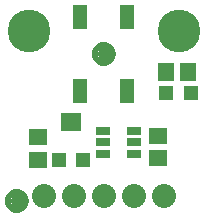
<source format=gbr>
G04 EAGLE Gerber RS-274X export*
G75*
%MOMM*%
%FSLAX34Y34*%
%LPD*%
%INSoldermask Top*%
%IPPOS*%
%AMOC8*
5,1,8,0,0,1.08239X$1,22.5*%
G01*
%ADD10R,1.301600X0.651600*%
%ADD11C,2.032000*%
%ADD12R,1.601600X1.341600*%
%ADD13R,1.301600X2.101600*%
%ADD14C,1.101600*%
%ADD15C,0.500000*%
%ADD16C,3.617600*%
%ADD17R,1.701600X1.601600*%
%ADD18R,1.301600X1.301600*%
%ADD19R,1.341600X1.601600*%


D10*
X88600Y80620D03*
X88600Y71120D03*
X88600Y61620D03*
X114600Y61620D03*
X114600Y71120D03*
X114600Y80620D03*
D11*
X38100Y25400D03*
X63500Y25400D03*
X88900Y25400D03*
X114300Y25400D03*
X139700Y25400D03*
D12*
X33020Y56540D03*
X33020Y75540D03*
D13*
X68900Y115050D03*
X68900Y177050D03*
X108900Y177050D03*
X108900Y115050D03*
D14*
X88900Y146050D03*
D15*
X88900Y153550D02*
X88719Y153548D01*
X88538Y153541D01*
X88357Y153530D01*
X88176Y153515D01*
X87996Y153495D01*
X87816Y153471D01*
X87637Y153443D01*
X87459Y153410D01*
X87282Y153373D01*
X87105Y153332D01*
X86930Y153287D01*
X86755Y153237D01*
X86582Y153183D01*
X86411Y153125D01*
X86240Y153063D01*
X86072Y152996D01*
X85905Y152926D01*
X85739Y152852D01*
X85576Y152773D01*
X85415Y152691D01*
X85255Y152605D01*
X85098Y152515D01*
X84943Y152421D01*
X84790Y152324D01*
X84640Y152222D01*
X84492Y152118D01*
X84346Y152009D01*
X84204Y151898D01*
X84064Y151782D01*
X83927Y151664D01*
X83792Y151542D01*
X83661Y151417D01*
X83533Y151289D01*
X83408Y151158D01*
X83286Y151023D01*
X83168Y150886D01*
X83052Y150746D01*
X82941Y150604D01*
X82832Y150458D01*
X82728Y150310D01*
X82626Y150160D01*
X82529Y150007D01*
X82435Y149852D01*
X82345Y149695D01*
X82259Y149535D01*
X82177Y149374D01*
X82098Y149211D01*
X82024Y149045D01*
X81954Y148878D01*
X81887Y148710D01*
X81825Y148539D01*
X81767Y148368D01*
X81713Y148195D01*
X81663Y148020D01*
X81618Y147845D01*
X81577Y147668D01*
X81540Y147491D01*
X81507Y147313D01*
X81479Y147134D01*
X81455Y146954D01*
X81435Y146774D01*
X81420Y146593D01*
X81409Y146412D01*
X81402Y146231D01*
X81400Y146050D01*
X88900Y153550D02*
X89081Y153548D01*
X89262Y153541D01*
X89443Y153530D01*
X89624Y153515D01*
X89804Y153495D01*
X89984Y153471D01*
X90163Y153443D01*
X90341Y153410D01*
X90518Y153373D01*
X90695Y153332D01*
X90870Y153287D01*
X91045Y153237D01*
X91218Y153183D01*
X91389Y153125D01*
X91560Y153063D01*
X91728Y152996D01*
X91895Y152926D01*
X92061Y152852D01*
X92224Y152773D01*
X92385Y152691D01*
X92545Y152605D01*
X92702Y152515D01*
X92857Y152421D01*
X93010Y152324D01*
X93160Y152222D01*
X93308Y152118D01*
X93454Y152009D01*
X93596Y151898D01*
X93736Y151782D01*
X93873Y151664D01*
X94008Y151542D01*
X94139Y151417D01*
X94267Y151289D01*
X94392Y151158D01*
X94514Y151023D01*
X94632Y150886D01*
X94748Y150746D01*
X94859Y150604D01*
X94968Y150458D01*
X95072Y150310D01*
X95174Y150160D01*
X95271Y150007D01*
X95365Y149852D01*
X95455Y149695D01*
X95541Y149535D01*
X95623Y149374D01*
X95702Y149211D01*
X95776Y149045D01*
X95846Y148878D01*
X95913Y148710D01*
X95975Y148539D01*
X96033Y148368D01*
X96087Y148195D01*
X96137Y148020D01*
X96182Y147845D01*
X96223Y147668D01*
X96260Y147491D01*
X96293Y147313D01*
X96321Y147134D01*
X96345Y146954D01*
X96365Y146774D01*
X96380Y146593D01*
X96391Y146412D01*
X96398Y146231D01*
X96400Y146050D01*
X96398Y145869D01*
X96391Y145688D01*
X96380Y145507D01*
X96365Y145326D01*
X96345Y145146D01*
X96321Y144966D01*
X96293Y144787D01*
X96260Y144609D01*
X96223Y144432D01*
X96182Y144255D01*
X96137Y144080D01*
X96087Y143905D01*
X96033Y143732D01*
X95975Y143561D01*
X95913Y143390D01*
X95846Y143222D01*
X95776Y143055D01*
X95702Y142889D01*
X95623Y142726D01*
X95541Y142565D01*
X95455Y142405D01*
X95365Y142248D01*
X95271Y142093D01*
X95174Y141940D01*
X95072Y141790D01*
X94968Y141642D01*
X94859Y141496D01*
X94748Y141354D01*
X94632Y141214D01*
X94514Y141077D01*
X94392Y140942D01*
X94267Y140811D01*
X94139Y140683D01*
X94008Y140558D01*
X93873Y140436D01*
X93736Y140318D01*
X93596Y140202D01*
X93454Y140091D01*
X93308Y139982D01*
X93160Y139878D01*
X93010Y139776D01*
X92857Y139679D01*
X92702Y139585D01*
X92545Y139495D01*
X92385Y139409D01*
X92224Y139327D01*
X92061Y139248D01*
X91895Y139174D01*
X91728Y139104D01*
X91560Y139037D01*
X91389Y138975D01*
X91218Y138917D01*
X91045Y138863D01*
X90870Y138813D01*
X90695Y138768D01*
X90518Y138727D01*
X90341Y138690D01*
X90163Y138657D01*
X89984Y138629D01*
X89804Y138605D01*
X89624Y138585D01*
X89443Y138570D01*
X89262Y138559D01*
X89081Y138552D01*
X88900Y138550D01*
X88719Y138552D01*
X88538Y138559D01*
X88357Y138570D01*
X88176Y138585D01*
X87996Y138605D01*
X87816Y138629D01*
X87637Y138657D01*
X87459Y138690D01*
X87282Y138727D01*
X87105Y138768D01*
X86930Y138813D01*
X86755Y138863D01*
X86582Y138917D01*
X86411Y138975D01*
X86240Y139037D01*
X86072Y139104D01*
X85905Y139174D01*
X85739Y139248D01*
X85576Y139327D01*
X85415Y139409D01*
X85255Y139495D01*
X85098Y139585D01*
X84943Y139679D01*
X84790Y139776D01*
X84640Y139878D01*
X84492Y139982D01*
X84346Y140091D01*
X84204Y140202D01*
X84064Y140318D01*
X83927Y140436D01*
X83792Y140558D01*
X83661Y140683D01*
X83533Y140811D01*
X83408Y140942D01*
X83286Y141077D01*
X83168Y141214D01*
X83052Y141354D01*
X82941Y141496D01*
X82832Y141642D01*
X82728Y141790D01*
X82626Y141940D01*
X82529Y142093D01*
X82435Y142248D01*
X82345Y142405D01*
X82259Y142565D01*
X82177Y142726D01*
X82098Y142889D01*
X82024Y143055D01*
X81954Y143222D01*
X81887Y143390D01*
X81825Y143561D01*
X81767Y143732D01*
X81713Y143905D01*
X81663Y144080D01*
X81618Y144255D01*
X81577Y144432D01*
X81540Y144609D01*
X81507Y144787D01*
X81479Y144966D01*
X81455Y145146D01*
X81435Y145326D01*
X81420Y145507D01*
X81409Y145688D01*
X81402Y145869D01*
X81400Y146050D01*
D14*
X15240Y21590D03*
D15*
X15240Y29090D02*
X15059Y29088D01*
X14878Y29081D01*
X14697Y29070D01*
X14516Y29055D01*
X14336Y29035D01*
X14156Y29011D01*
X13977Y28983D01*
X13799Y28950D01*
X13622Y28913D01*
X13445Y28872D01*
X13270Y28827D01*
X13095Y28777D01*
X12922Y28723D01*
X12751Y28665D01*
X12580Y28603D01*
X12412Y28536D01*
X12245Y28466D01*
X12079Y28392D01*
X11916Y28313D01*
X11755Y28231D01*
X11595Y28145D01*
X11438Y28055D01*
X11283Y27961D01*
X11130Y27864D01*
X10980Y27762D01*
X10832Y27658D01*
X10686Y27549D01*
X10544Y27438D01*
X10404Y27322D01*
X10267Y27204D01*
X10132Y27082D01*
X10001Y26957D01*
X9873Y26829D01*
X9748Y26698D01*
X9626Y26563D01*
X9508Y26426D01*
X9392Y26286D01*
X9281Y26144D01*
X9172Y25998D01*
X9068Y25850D01*
X8966Y25700D01*
X8869Y25547D01*
X8775Y25392D01*
X8685Y25235D01*
X8599Y25075D01*
X8517Y24914D01*
X8438Y24751D01*
X8364Y24585D01*
X8294Y24418D01*
X8227Y24250D01*
X8165Y24079D01*
X8107Y23908D01*
X8053Y23735D01*
X8003Y23560D01*
X7958Y23385D01*
X7917Y23208D01*
X7880Y23031D01*
X7847Y22853D01*
X7819Y22674D01*
X7795Y22494D01*
X7775Y22314D01*
X7760Y22133D01*
X7749Y21952D01*
X7742Y21771D01*
X7740Y21590D01*
X15240Y29090D02*
X15421Y29088D01*
X15602Y29081D01*
X15783Y29070D01*
X15964Y29055D01*
X16144Y29035D01*
X16324Y29011D01*
X16503Y28983D01*
X16681Y28950D01*
X16858Y28913D01*
X17035Y28872D01*
X17210Y28827D01*
X17385Y28777D01*
X17558Y28723D01*
X17729Y28665D01*
X17900Y28603D01*
X18068Y28536D01*
X18235Y28466D01*
X18401Y28392D01*
X18564Y28313D01*
X18725Y28231D01*
X18885Y28145D01*
X19042Y28055D01*
X19197Y27961D01*
X19350Y27864D01*
X19500Y27762D01*
X19648Y27658D01*
X19794Y27549D01*
X19936Y27438D01*
X20076Y27322D01*
X20213Y27204D01*
X20348Y27082D01*
X20479Y26957D01*
X20607Y26829D01*
X20732Y26698D01*
X20854Y26563D01*
X20972Y26426D01*
X21088Y26286D01*
X21199Y26144D01*
X21308Y25998D01*
X21412Y25850D01*
X21514Y25700D01*
X21611Y25547D01*
X21705Y25392D01*
X21795Y25235D01*
X21881Y25075D01*
X21963Y24914D01*
X22042Y24751D01*
X22116Y24585D01*
X22186Y24418D01*
X22253Y24250D01*
X22315Y24079D01*
X22373Y23908D01*
X22427Y23735D01*
X22477Y23560D01*
X22522Y23385D01*
X22563Y23208D01*
X22600Y23031D01*
X22633Y22853D01*
X22661Y22674D01*
X22685Y22494D01*
X22705Y22314D01*
X22720Y22133D01*
X22731Y21952D01*
X22738Y21771D01*
X22740Y21590D01*
X22738Y21409D01*
X22731Y21228D01*
X22720Y21047D01*
X22705Y20866D01*
X22685Y20686D01*
X22661Y20506D01*
X22633Y20327D01*
X22600Y20149D01*
X22563Y19972D01*
X22522Y19795D01*
X22477Y19620D01*
X22427Y19445D01*
X22373Y19272D01*
X22315Y19101D01*
X22253Y18930D01*
X22186Y18762D01*
X22116Y18595D01*
X22042Y18429D01*
X21963Y18266D01*
X21881Y18105D01*
X21795Y17945D01*
X21705Y17788D01*
X21611Y17633D01*
X21514Y17480D01*
X21412Y17330D01*
X21308Y17182D01*
X21199Y17036D01*
X21088Y16894D01*
X20972Y16754D01*
X20854Y16617D01*
X20732Y16482D01*
X20607Y16351D01*
X20479Y16223D01*
X20348Y16098D01*
X20213Y15976D01*
X20076Y15858D01*
X19936Y15742D01*
X19794Y15631D01*
X19648Y15522D01*
X19500Y15418D01*
X19350Y15316D01*
X19197Y15219D01*
X19042Y15125D01*
X18885Y15035D01*
X18725Y14949D01*
X18564Y14867D01*
X18401Y14788D01*
X18235Y14714D01*
X18068Y14644D01*
X17900Y14577D01*
X17729Y14515D01*
X17558Y14457D01*
X17385Y14403D01*
X17210Y14353D01*
X17035Y14308D01*
X16858Y14267D01*
X16681Y14230D01*
X16503Y14197D01*
X16324Y14169D01*
X16144Y14145D01*
X15964Y14125D01*
X15783Y14110D01*
X15602Y14099D01*
X15421Y14092D01*
X15240Y14090D01*
X15059Y14092D01*
X14878Y14099D01*
X14697Y14110D01*
X14516Y14125D01*
X14336Y14145D01*
X14156Y14169D01*
X13977Y14197D01*
X13799Y14230D01*
X13622Y14267D01*
X13445Y14308D01*
X13270Y14353D01*
X13095Y14403D01*
X12922Y14457D01*
X12751Y14515D01*
X12580Y14577D01*
X12412Y14644D01*
X12245Y14714D01*
X12079Y14788D01*
X11916Y14867D01*
X11755Y14949D01*
X11595Y15035D01*
X11438Y15125D01*
X11283Y15219D01*
X11130Y15316D01*
X10980Y15418D01*
X10832Y15522D01*
X10686Y15631D01*
X10544Y15742D01*
X10404Y15858D01*
X10267Y15976D01*
X10132Y16098D01*
X10001Y16223D01*
X9873Y16351D01*
X9748Y16482D01*
X9626Y16617D01*
X9508Y16754D01*
X9392Y16894D01*
X9281Y17036D01*
X9172Y17182D01*
X9068Y17330D01*
X8966Y17480D01*
X8869Y17633D01*
X8775Y17788D01*
X8685Y17945D01*
X8599Y18105D01*
X8517Y18266D01*
X8438Y18429D01*
X8364Y18595D01*
X8294Y18762D01*
X8227Y18930D01*
X8165Y19101D01*
X8107Y19272D01*
X8053Y19445D01*
X8003Y19620D01*
X7958Y19795D01*
X7917Y19972D01*
X7880Y20149D01*
X7847Y20327D01*
X7819Y20506D01*
X7795Y20686D01*
X7775Y20866D01*
X7760Y21047D01*
X7749Y21228D01*
X7742Y21409D01*
X7740Y21590D01*
D16*
X152400Y165100D03*
X25400Y165100D03*
D17*
X60960Y88795D03*
D18*
X50960Y56295D03*
X70960Y56295D03*
D12*
X134620Y76810D03*
X134620Y57810D03*
D18*
X162900Y113030D03*
X141900Y113030D03*
D19*
X141630Y130810D03*
X160630Y130810D03*
M02*

</source>
